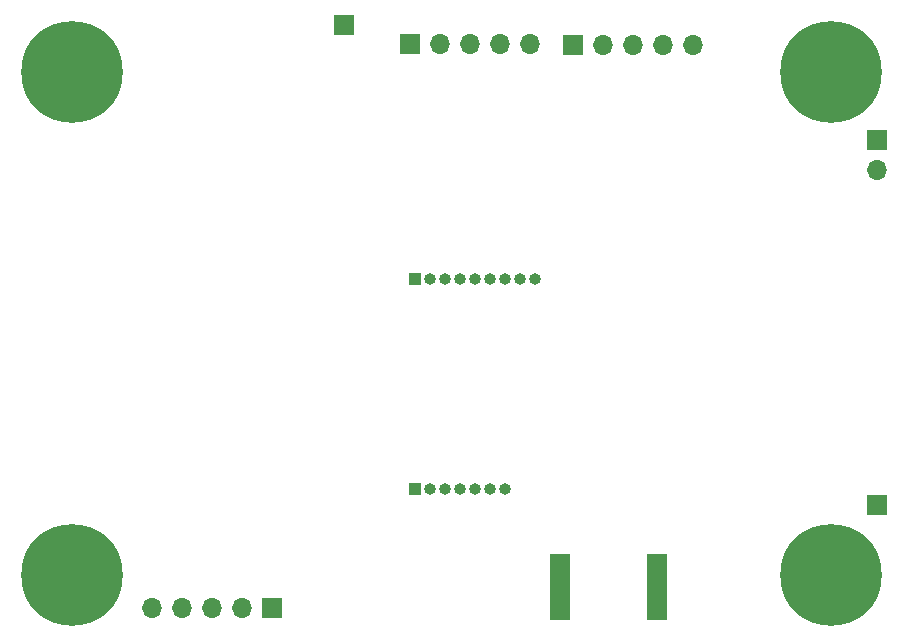
<source format=gbs>
%TF.GenerationSoftware,KiCad,Pcbnew,6.0.6-3a73a75311~116~ubuntu20.04.1*%
%TF.CreationDate,2022-07-25T10:06:13-07:00*%
%TF.ProjectId,rover_controller,726f7665-725f-4636-9f6e-74726f6c6c65,rev?*%
%TF.SameCoordinates,Original*%
%TF.FileFunction,Soldermask,Bot*%
%TF.FilePolarity,Negative*%
%FSLAX46Y46*%
G04 Gerber Fmt 4.6, Leading zero omitted, Abs format (unit mm)*
G04 Created by KiCad (PCBNEW 6.0.6-3a73a75311~116~ubuntu20.04.1) date 2022-07-25 10:06:13*
%MOMM*%
%LPD*%
G01*
G04 APERTURE LIST*
%ADD10R,1.000000X1.000000*%
%ADD11O,1.000000X1.000000*%
%ADD12R,1.651000X5.588000*%
%ADD13C,0.900000*%
%ADD14C,8.600000*%
%ADD15R,1.700000X1.700000*%
%ADD16O,1.700000X1.700000*%
G04 APERTURE END LIST*
D10*
X190295000Y-164005000D03*
D11*
X191565000Y-164005000D03*
X192835000Y-164005000D03*
X194105000Y-164005000D03*
X195375000Y-164005000D03*
X196645000Y-164005000D03*
X197915000Y-164005000D03*
X199185000Y-164005000D03*
X200455000Y-164005000D03*
D12*
X210804960Y-190130000D03*
X202555040Y-190130000D03*
D13*
X227780419Y-148780419D03*
X227780419Y-144219581D03*
X228725000Y-146500000D03*
X225500000Y-149725000D03*
X222275000Y-146500000D03*
X223219581Y-144219581D03*
X225500000Y-143275000D03*
X223219581Y-148780419D03*
D14*
X225500000Y-146500000D03*
D13*
X164525000Y-146500000D03*
X161300000Y-149725000D03*
X159019581Y-148780419D03*
X161300000Y-143275000D03*
X163580419Y-148780419D03*
X158075000Y-146500000D03*
D14*
X161300000Y-146500000D03*
D13*
X163580419Y-144219581D03*
X159019581Y-144219581D03*
X227780419Y-191380419D03*
X222275000Y-189100000D03*
X225500000Y-185875000D03*
D14*
X225500000Y-189100000D03*
D13*
X223219581Y-191380419D03*
X225500000Y-192325000D03*
X227780419Y-186819581D03*
X228725000Y-189100000D03*
X223219581Y-186819581D03*
D10*
X190295000Y-181785000D03*
D11*
X191565000Y-181785000D03*
X192835000Y-181785000D03*
X194105000Y-181785000D03*
X195375000Y-181785000D03*
X196645000Y-181785000D03*
X197915000Y-181785000D03*
D15*
X229410000Y-152315000D03*
D16*
X229410000Y-154855000D03*
D15*
X203715000Y-144190000D03*
D16*
X206255000Y-144190000D03*
X208795000Y-144190000D03*
X211335000Y-144190000D03*
X213875000Y-144190000D03*
D15*
X178225000Y-191870000D03*
D16*
X175685000Y-191870000D03*
X173145000Y-191870000D03*
X170605000Y-191870000D03*
X168065000Y-191870000D03*
D15*
X229410000Y-183200000D03*
X189910000Y-144180000D03*
D16*
X192450000Y-144180000D03*
X194990000Y-144180000D03*
X197530000Y-144180000D03*
X200070000Y-144180000D03*
D15*
X184290000Y-142580000D03*
D13*
X158075000Y-189100000D03*
X163580419Y-191380419D03*
X159019581Y-186819581D03*
X164525000Y-189100000D03*
X163580419Y-186819581D03*
X161300000Y-185875000D03*
X161300000Y-192325000D03*
X159019581Y-191380419D03*
D14*
X161300000Y-189100000D03*
M02*

</source>
